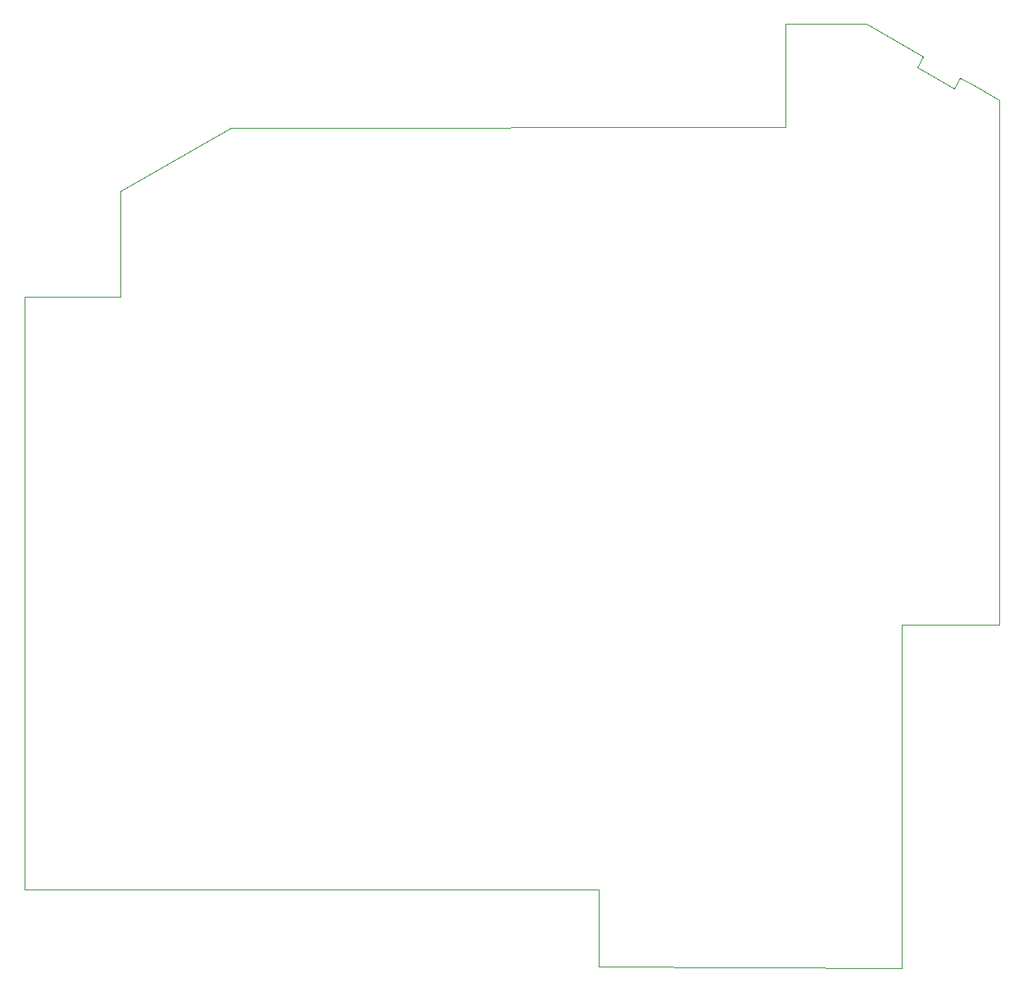
<source format=gbr>
%TF.GenerationSoftware,KiCad,Pcbnew,8.0.5*%
%TF.CreationDate,2024-09-20T22:11:25+01:00*%
%TF.ProjectId,Dodepan_PCB_THT.kicad_pro,446f6465-7061-46e5-9f50-43425f544854,rev?*%
%TF.SameCoordinates,Original*%
%TF.FileFunction,Profile,NP*%
%FSLAX46Y46*%
G04 Gerber Fmt 4.6, Leading zero omitted, Abs format (unit mm)*
G04 Created by KiCad (PCBNEW 8.0.5) date 2024-09-20 22:11:25*
%MOMM*%
%LPD*%
G01*
G04 APERTURE LIST*
%TA.AperFunction,Profile*%
%ADD10C,0.050000*%
%TD*%
G04 APERTURE END LIST*
D10*
X177750000Y-40250000D02*
X177100000Y-41350000D01*
X180900000Y-43550000D01*
X181550000Y-42400000D01*
X183087038Y-43315550D01*
X185547000Y-44704000D01*
X185547000Y-98933000D01*
X175514000Y-98933000D01*
X175514000Y-134366000D01*
X144145000Y-134239000D01*
X144145000Y-126238000D01*
X84836000Y-126238000D01*
X84836000Y-65024000D01*
X94742000Y-65024000D01*
X94742000Y-54102000D01*
X106172000Y-47553410D01*
X163500000Y-47498000D01*
X163500000Y-36815588D01*
X171828708Y-36815550D01*
X177750000Y-40250000D01*
M02*

</source>
